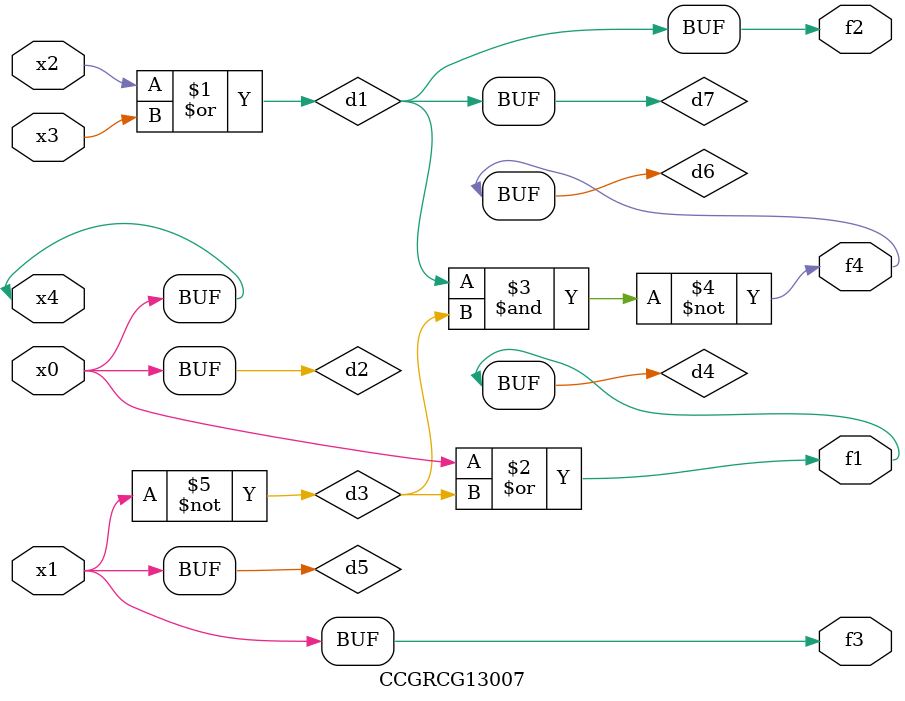
<source format=v>
module CCGRCG13007(
	input x0, x1, x2, x3, x4,
	output f1, f2, f3, f4
);

	wire d1, d2, d3, d4, d5, d6, d7;

	or (d1, x2, x3);
	buf (d2, x0, x4);
	not (d3, x1);
	or (d4, d2, d3);
	not (d5, d3);
	nand (d6, d1, d3);
	or (d7, d1);
	assign f1 = d4;
	assign f2 = d7;
	assign f3 = d5;
	assign f4 = d6;
endmodule

</source>
